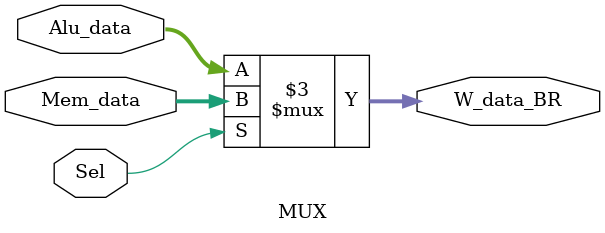
<source format=v>
module MUX (
	input [31:0] Mem_data,
	input [31:0] Alu_data,
	input Sel,
	output reg [31:0] W_data_BR
);

always @* begin
	if (Sel) begin
		W_data_BR <= Mem_data;
	end
	else begin
		W_data_BR <= Alu_data;
	end
end

endmodule


</source>
